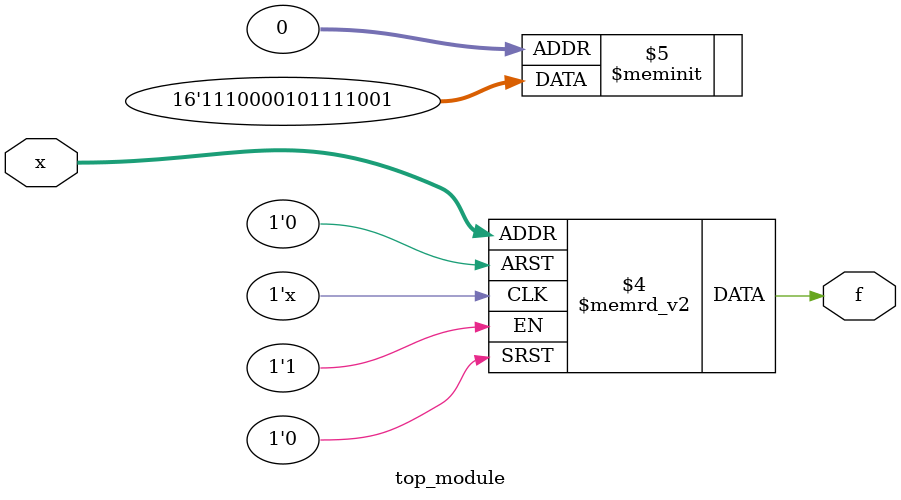
<source format=sv>
module top_module (
  input [4:1] x,
  output logic f
);
 
always_comb begin
  case (x)
    4'b00_00: f = 1'b1;
    4'b01_00: f = 1'b1;
    4'b11_00: f = 1'b0;
    4'b10_00: f = 1'b1;
    
    4'b00_01: f = 1'b0;
    4'b01_01: f = 1'b1;
    4'b11_01: f = 1'b1;
    4'b10_01: f = 1'b0;
    
    4'b00_11: f = 1'b1;
    4'b01_11: f = 1'b0;
    4'b11_11: f = 1'b1;
    4'b10_11: f = 1'b0;
    
    4'b00_10: f = 1'b0;
    4'b01_10: f = 1'b1;
    4'b11_10: f = 1'b1;
    4'b10_10: f = 1'b0;
  endcase
end
 
endmodule

</source>
